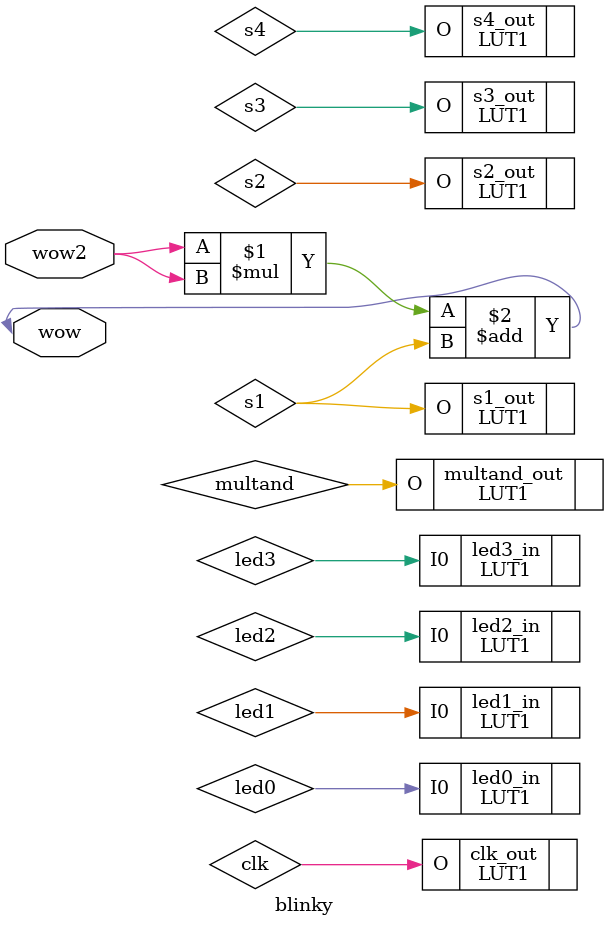
<source format=v>
module blinky (
//    input  clk,
//    output led0,
//    output led1,
//    output led2,
//    output led3
inout  wow, inout wow2
//input mully
//output [3:0] lump
//parameter bufwidth = 4
//output lemonout,
//input lemonin
);
 
	parameter bufwidth = 4; 
	wire clk, multand, s1, s2, s3, s4;
    (* keep *) LUT1 clk_out(.O(clk)); 
    (* keep *) LUT1 multand_out(.O(multand));
    (* keep *) LUT1 s1_out(.O(s1));
    (* keep *) LUT1 s2_out(.O(s2));
    (* keep *) LUT1 s3_out(.O(s3));
    (* keep *) LUT1 s4_out(.O(s4));
    //(* keep *) InPass4_frame_config  mully_out (.O(mully));
    //(* keep *) IO_1_bidirectional_frame_config_pass iocell1 (.I(s1));
    //(* keep *) MULADD mully_block (.A({s1, s2, s3}), .B({s2, s1, s3}), .Q({wow2}), .clr(0), .C(0));
  


    wire led0, led1, led2, led3;
    (* keep *) LUT1 led0_in(.I0(led0));
    (* keep *) LUT1 led1_in(.I0(led1));
    (* keep *) LUT1 led2_in(.I0(led2));
    (* keep *) LUT1 led3_in(.I0(led3));

    assign wow = wow2 * wow2 + s1;
//assign led0 = mully;

//    localparam BITS = 4;
//    parameter LOG2DELAY = 28;

//    reg [BITS+LOG2DELAY-1:0] counter = 0;
//    reg [BITS-1:0] outcnt;

//    always @(posedge clk) begin
//        counter <= counter + 1;
//        outcnt <= counter >> LOG2DELAY;
//    end
//

//assign lump = {s1, s2, s3, s4};
//

//reg  lemon1;
//reg  lemon2;

//assign {led1, led3, led2} = {s1, s2, clk, mully} * {wow, s4, multand} + {clk, s2, multand};



//always @($global_clock) begin
//	lemon1 <= s1;
//	lemon2 <= s2;
//	if (led0 == led3) begin
//		lemon1 <= lemon2;
//		lemon2 <= s3;
//	end
//end

//assign wow = lemon1;
//assign lemon = s1;

//assign lemonout = lemon & s4;
    //assign {led1, led3} = {clk, multand, s1} + {s2, s3, s4};


    //assign {led1, led2, led3, led4} = {s1, clk, s2} * {s3, s4, multand} + {s4, s3};
    //assign led1 = led0 * clk;
    //assign led0 = (s1 ? clk : multand);
    //assign led0 = clk + multand;

//  always @ (*) begin
//	case ({clk, multand, s1, s2, s3})
//		5'b00000: led0 <= 1'b0;
//		5'b10000: led0 <= 1'b1;
//		5'b11111: led0 <= 1'b1;
//		5'b10101: led0 <= 1'b0;
//		5'b01010: led0 <= 1'b1;
//		5'b01110: led0 <= 1'b1;
//		default: led0 <= 1'b0;
//	endcase

//    end

endmodule

</source>
